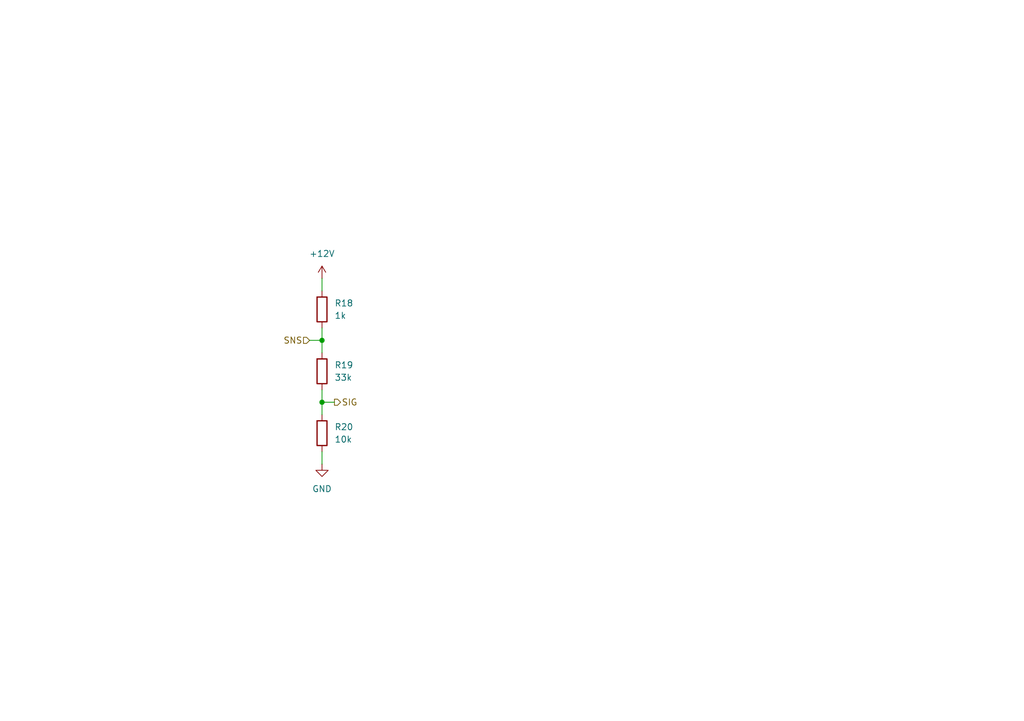
<source format=kicad_sch>
(kicad_sch (version 20231120) (generator "eeschema") (generator_version "8.0")
  (paper "A5")
  (lib_symbols
    (symbol "Device:R" (pin_numbers hide) (pin_names (offset 0))
      (property "Reference" "R" (at 2.032 0 90))
      (property "Value" "R" (at 0 0 90))
      (symbol "R_0_1"
        (rectangle (start -1.016 -2.54) (end 1.016 2.54) (stroke (width 0.254)))
      )
      (symbol "R_1_1"
        (pin passive line (at 0 3.81 270) (length 1.27) (name "~") (number "1"))
        (pin passive line (at 0 -3.81 90) (length 1.27) (name "~") (number "2"))
      )
    )
    (symbol "power:+12V" (power) (pin_numbers hide) (pin_names (offset 0) hide)
      (property "Value" "+12V" (at 0 3.556 0))
      (symbol "+12V_0_1"
        (polyline (pts (xy -0.762 1.27) (xy 0 2.54)))
        (polyline (pts (xy 0 0) (xy 0 2.54)))
        (polyline (pts (xy 0 2.54) (xy 0.762 1.27)))
      )
      (symbol "+12V_1_1"
        (pin power_in line (at 0 0 90) (length 0) (name "~") (number "1"))
      )
    )
    (symbol "power:GND" (power) (pin_numbers hide) (pin_names (offset 0) hide)
      (property "Value" "GND" (at 0 -3.81 0))
      (symbol "GND_0_1"
        (polyline (pts (xy 0 0) (xy 0 -1.27) (xy 1.27 -1.27) (xy 0 -2.54) (xy -1.27 -1.27) (xy 0 -1.27)))
      )
      (symbol "GND_1_1"
        (pin power_in line (at 0 0 270) (length 0) (name "~") (number "1"))
      )
    )
  )
  (junction (at 66.04 82.55))
  (junction (at 66.04 69.85))
  (wire (pts (xy 66.04 57.15) (xy 66.04 59.69)))
  (wire (pts (xy 66.04 92.71) (xy 66.04 95.25)))
  (wire (pts (xy 66.04 67.31) (xy 66.04 69.85)))
  (wire (pts (xy 66.04 69.85) (xy 66.04 72.39)))
  (wire (pts (xy 63.5 69.85) (xy 66.04 69.85)))
  (wire (pts (xy 66.04 82.55) (xy 68.58 82.55)))
  (wire (pts (xy 66.04 82.55) (xy 66.04 85.09)))
  (wire (pts (xy 66.04 80.01) (xy 66.04 82.55)))
  (hierarchical_label "SNS" (shape input) (at 63.5 69.85 180))
  (hierarchical_label "SIG" (shape output) (at 68.58 82.55 0))
  (symbol (lib_id "Device:R") (at 66.04 88.9 0) (unit 1)
    (property "Reference" "R20" (at 68.58 87.6299 0) (effects (justify left)))
    (property "Value" "10k" (at 68.58 90.1699 0) (effects (justify left)))
    (property "Footprint" "Resistor_SMD:R_0402_1005Metric" (effects (hide yes)))
    (property "Description" "Resistor" (effects (hide yes)))
    (property "LCSC" "C25744" (effects (hide yes)))
    (instances (project "slc-control" (path "" (reference "R20") (unit 1)) (path "" (reference "R17") (unit 1)) (path "" (reference "R23") (unit 1))))
  )
  (symbol (lib_id "power:+12V") (at 66.04 57.15 0) (unit 1)
    (property "Reference" "#PWR081" (effects (hide yes)))
    (property "Value" "+12V" (at 66.04 52.07 0))
    (property "Description" "Power symbol creates a global label with name \"+12V\"" (effects (hide yes)))
    (instances (project "" (path "" (reference "#PWR081") (unit 1)) (path "" (reference "#PWR079") (unit 1)) (path "" (reference "#PWR083") (unit 1))))
  )
  (symbol (lib_id "Device:R") (at 66.04 63.5 0) (unit 1)
    (property "Reference" "R18" (at 68.58 62.2299 0) (effects (justify left)))
    (property "Value" "1k" (at 68.58 64.7699 0) (effects (justify left)))
    (property "Footprint" "Resistor_SMD:R_1206_3216Metric" (effects (hide yes)))
    (property "Description" "Resistor" (effects (hide yes)))
    (property "LCSC" "C4410" (effects (hide yes)))
    (instances (project "" (path "" (reference "R18") (unit 1)) (path "" (reference "R15") (unit 1)) (path "" (reference "R21") (unit 1))))
  )
  (symbol (lib_id "Device:R") (at 66.04 76.2 0) (unit 1)
    (property "Reference" "R19" (at 68.58 74.9299 0) (effects (justify left)))
    (property "Value" "33k" (at 68.58 77.4699 0) (effects (justify left)))
    (property "Footprint" "Resistor_SMD:R_0402_1005Metric" (effects (hide yes)))
    (property "Description" "Resistor" (effects (hide yes)))
    (property "LCSC" "C25779" (effects (hide yes)))
    (instances (project "slc-control" (path "" (reference "R19") (unit 1)) (path "" (reference "R16") (unit 1)) (path "" (reference "R22") (unit 1))))
  )
  (symbol (lib_id "power:GND") (at 66.04 95.25 0) (unit 1)
    (property "Reference" "#PWR082" (effects (hide yes)))
    (property "Value" "GND" (at 66.04 100.33 0))
    (property "Description" "Power symbol creates a global label with name \"GND\" , ground" (effects (hide yes)))
    (instances (project "slc-control" (path "" (reference "#PWR082") (unit 1)) (path "" (reference "#PWR080") (unit 1)) (path "" (reference "#PWR084") (unit 1))))
  )
)
</source>
